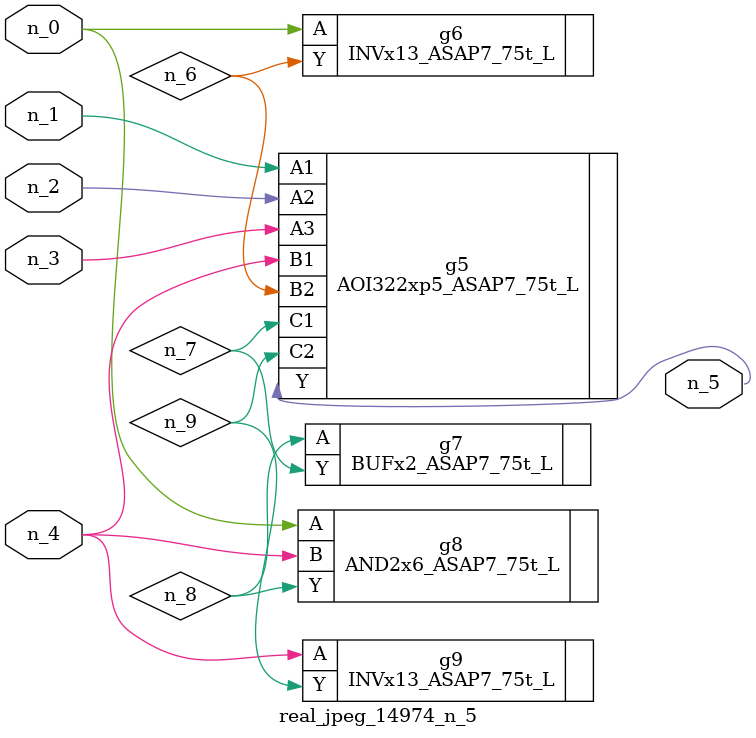
<source format=v>
module real_jpeg_14974_n_5 (n_4, n_0, n_1, n_2, n_3, n_5);

input n_4;
input n_0;
input n_1;
input n_2;
input n_3;

output n_5;

wire n_8;
wire n_6;
wire n_7;
wire n_9;

INVx13_ASAP7_75t_L g6 ( 
.A(n_0),
.Y(n_6)
);

AND2x6_ASAP7_75t_L g8 ( 
.A(n_0),
.B(n_4),
.Y(n_8)
);

AOI322xp5_ASAP7_75t_L g5 ( 
.A1(n_1),
.A2(n_2),
.A3(n_3),
.B1(n_4),
.B2(n_6),
.C1(n_7),
.C2(n_9),
.Y(n_5)
);

INVx13_ASAP7_75t_L g9 ( 
.A(n_4),
.Y(n_9)
);

BUFx2_ASAP7_75t_L g7 ( 
.A(n_8),
.Y(n_7)
);


endmodule
</source>
